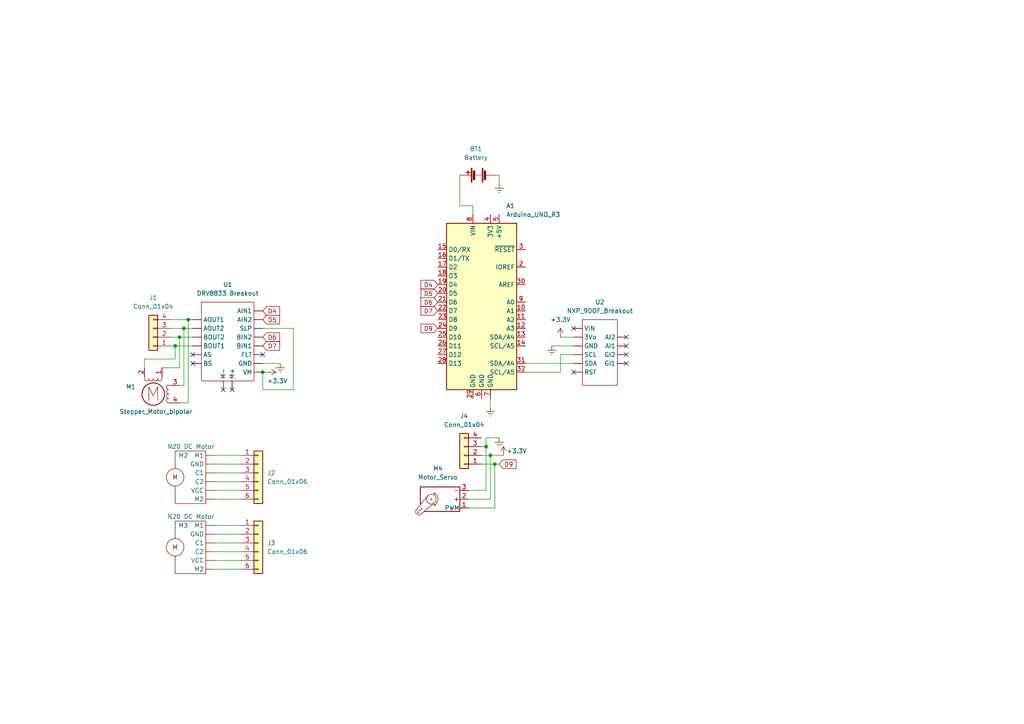
<source format=kicad_sch>
(kicad_sch (version 20211123) (generator eeschema)
  (paper "A4")
  (title_block (date "2022-07-08") (company "Grand Valley State University"))
  (lib_symbols
    (symbol "Adafruit Custom:DRV8833 Breakout"
      (property "Reference" "U" (at 7.62 21.59 0))
      (property "Value" "DRV8833 Breakout" (at 7.62 24.13 0))
      (symbol "DRV8833 Breakout_0_1"
        (rectangle (start 0 22.86) (end 15.24 0))
      )
      (symbol "DRV8833 Breakout_1_1"
        (pin input line (at 17.78 20.32 180) (length 2.54) (name "AIN1") (number ""))
        (pin input line (at 17.78 17.78 180) (length 2.54) (name "AIN2") (number ""))
        (pin output line (at -2.54 17.78 0) (length 2.54) (name "AOUT1") (number ""))
        (pin output line (at -2.54 15.24 0) (length 2.54) (name "AOUT2") (number ""))
        (pin unspecified line (at -2.54 7.62 0) (length 2.54) (name "AS") (number ""))
        (pin input line (at 17.78 10.16 180) (length 2.54) (name "BIN1") (number ""))
        (pin input line (at 17.78 12.7 180) (length 2.54) (name "BIN2") (number ""))
        (pin output line (at -2.54 10.16 0) (length 2.54) (name "BOUT1") (number ""))
        (pin output line (at -2.54 12.7 0) (length 2.54) (name "BOUT2") (number ""))
        (pin unspecified line (at -2.54 5.08 0) (length 2.54) (name "BS") (number ""))
        (pin input line (at 17.78 7.62 180) (length 2.54) (name "FLT") (number ""))
        (pin passive line (at 17.78 5.08 180) (length 2.54) (name "GND") (number ""))
        (pin input line (at 8.89 -2.54 90) (length 2.54) (name "M+") (number ""))
        (pin input line (at 6.35 -2.54 90) (length 2.54) (name "M-") (number ""))
        (pin input line (at 17.78 15.24 180) (length 2.54) (name "SLP") (number ""))
        (pin power_in line (at 17.78 2.54 180) (length 2.54) (name "VM") (number ""))
      )
    )
    (symbol "Adafruit Custom:N20 DC Motor"
      (property "Reference" "M" (at 6.35 15.24 0))
      (property "Value" "N20 DC Motor" (at 7.62 17.78 0))
      (symbol "N20 DC Motor_0_0"
        (polyline (pts (xy 10.16 6.35) (xy 10.16 1.27) (xy 1.27 1.27) (xy 1.27 16.51) (xy 10.16 16.51) (xy 10.16 11.43)))
        (text "M" (at 10.16 8.89 0) (effects (font (size 1.27 1.27))))
      )
      (symbol "N20 DC Motor_0_1"
        (circle (center 10.16 8.89) (radius 2.54))
      )
      (symbol "N20 DC Motor_1_1"
        (pin output line (at -1.27 10.16 0) (length 2.54) (name "C1") (number ""))
        (pin output line (at -1.27 7.62 0) (length 2.54) (name "C2") (number ""))
        (pin passive line (at -1.27 12.7 0) (length 2.54) (name "GND") (number ""))
        (pin input line (at -1.27 15.24 0) (length 2.54) (name "M1") (number ""))
        (pin input line (at -1.27 2.54 0) (length 2.54) (name "M2") (number ""))
        (pin power_in line (at -1.27 5.08 0) (length 2.54) (name "VCC") (number ""))
      )
    )
    (symbol "Adafruit Custom:NXP_9DOF_Breakout"
      (property "Reference" "U" (at 5.08 17.78 0))
      (property "Value" "NXP_9DOF_Breakout" (at 5.08 20.32 0))
      (symbol "NXP_9DOF_Breakout_0_1"
        (rectangle (start 0 19.05) (end 10.16 0))
      )
      (symbol "NXP_9DOF_Breakout_1_1"
        (pin input line (at 12.7 13.97 180) (length 2.54) (name "3Vo") (number ""))
        (pin output line (at -2.54 11.43 0) (length 2.54) (name "AI1") (number ""))
        (pin output line (at -2.54 13.97 0) (length 2.54) (name "AI2") (number ""))
        (pin output line (at -2.54 6.35 0) (length 2.54) (name "GI1") (number ""))
        (pin output line (at -2.54 8.89 0) (length 2.54) (name "GI2") (number ""))
        (pin input line (at 12.7 11.43 180) (length 2.54) (name "GND") (number ""))
        (pin bidirectional line (at 12.7 3.81 180) (length 2.54) (name "RST") (number ""))
        (pin input line (at 12.7 8.89 180) (length 2.54) (name "SCL") (number ""))
        (pin bidirectional line (at 12.7 6.35 180) (length 2.54) (name "SDA") (number ""))
        (pin input line (at 12.7 16.51 180) (length 2.54) (name "VIN") (number ""))
      )
    )
    (symbol "Connector_Generic:Conn_01x04" (pin_names (offset 1.016) hide)
      (property "Reference" "J" (at 0 5.08 0))
      (property "Value" "Conn_01x04" (at 0 -7.62 0))
      (symbol "Conn_01x04_1_1"
        (rectangle (start -1.27 -4.953) (end 0 -5.207) (stroke (width 0.1524)))
        (rectangle (start -1.27 -2.413) (end 0 -2.667) (stroke (width 0.1524)))
        (rectangle (start -1.27 0.127) (end 0 -0.127) (stroke (width 0.1524)))
        (rectangle (start -1.27 2.667) (end 0 2.413) (stroke (width 0.1524)))
        (rectangle (start -1.27 3.81) (end 1.27 -6.35) (stroke (width 0.254)) (fill (type background)))
        (pin passive line (at -5.08 2.54 0) (length 3.81) (name "Pin_1") (number "1"))
        (pin passive line (at -5.08 0 0) (length 3.81) (name "Pin_2") (number "2"))
        (pin passive line (at -5.08 -2.54 0) (length 3.81) (name "Pin_3") (number "3"))
        (pin passive line (at -5.08 -5.08 0) (length 3.81) (name "Pin_4") (number "4"))
      )
    )
    (symbol "Connector_Generic:Conn_01x06" (pin_names (offset 1.016) hide)
      (property "Reference" "J" (at 0 7.62 0))
      (property "Value" "Conn_01x06" (at 0 -10.16 0))
      (symbol "Conn_01x06_1_1"
        (rectangle (start -1.27 -7.493) (end 0 -7.747) (stroke (width 0.1524)))
        (rectangle (start -1.27 -4.953) (end 0 -5.207) (stroke (width 0.1524)))
        (rectangle (start -1.27 -2.413) (end 0 -2.667) (stroke (width 0.1524)))
        (rectangle (start -1.27 0.127) (end 0 -0.127) (stroke (width 0.1524)))
        (rectangle (start -1.27 2.667) (end 0 2.413) (stroke (width 0.1524)))
        (rectangle (start -1.27 5.207) (end 0 4.953) (stroke (width 0.1524)))
        (rectangle (start -1.27 6.35) (end 1.27 -8.89) (stroke (width 0.254)) (fill (type background)))
        (pin passive line (at -5.08 5.08 0) (length 3.81) (name "Pin_1") (number "1"))
        (pin passive line (at -5.08 2.54 0) (length 3.81) (name "Pin_2") (number "2"))
        (pin passive line (at -5.08 0 0) (length 3.81) (name "Pin_3") (number "3"))
        (pin passive line (at -5.08 -2.54 0) (length 3.81) (name "Pin_4") (number "4"))
        (pin passive line (at -5.08 -5.08 0) (length 3.81) (name "Pin_5") (number "5"))
        (pin passive line (at -5.08 -7.62 0) (length 3.81) (name "Pin_6") (number "6"))
      )
    )
    (symbol "Device:Battery" (pin_numbers hide) (pin_names (offset 0) hide)
      (property "Reference" "BT" (at 2.54 2.54 0))
      (property "Value" "Battery" (at 2.54 0 0))
      (symbol "Battery_0_1"
        (rectangle (start -2.032 -1.397) (end 2.032 -1.651) (fill (type outline)))
        (rectangle (start -2.032 1.778) (end 2.032 1.524) (fill (type outline)))
        (rectangle (start -1.3208 -1.9812) (end 1.27 -2.4892) (fill (type outline)))
        (rectangle (start -1.3208 1.1938) (end 1.27 0.6858) (fill (type outline)))
        (polyline (pts (xy 0 -1.524) (xy 0 -1.27)))
        (polyline (pts (xy 0 -1.016) (xy 0 -0.762)))
        (polyline (pts (xy 0 -0.508) (xy 0 -0.254)))
        (polyline (pts (xy 0 0) (xy 0 0.254)))
        (polyline (pts (xy 0 0.508) (xy 0 0.762)))
        (polyline (pts (xy 0 1.778) (xy 0 2.54)))
        (polyline (pts (xy 0.254 2.667) (xy 1.27 2.667)) (stroke (width 0.254)))
        (polyline (pts (xy 0.762 3.175) (xy 0.762 2.159)) (stroke (width 0.254)))
      )
      (symbol "Battery_1_1"
        (pin passive line (at 0 5.08 270) (length 2.54) (name "+") (number "1"))
        (pin passive line (at 0 -5.08 90) (length 2.54) (name "-") (number "2"))
      )
    )
    (symbol "MCU_Module:Arduino_UNO_R3"
      (property "Reference" "A" (at -10.16 23.495 0))
      (property "Value" "Arduino_UNO_R3" (at 5.08 -26.67 0))
      (symbol "Arduino_UNO_R3_0_1"
        (rectangle (start -10.16 22.86) (end 10.16 -25.4) (stroke (width 0.254)) (fill (type background)))
      )
      (symbol "Arduino_UNO_R3_1_1"
        (pin no_connect line (at -10.16 -20.32 0) (length 2.54) hide (name "NC") (number "1"))
        (pin bidirectional line (at 12.7 -2.54 180) (length 2.54) (name "A1") (number "10"))
        (pin bidirectional line (at 12.7 -5.08 180) (length 2.54) (name "A2") (number "11"))
        (pin bidirectional line (at 12.7 -7.62 180) (length 2.54) (name "A3") (number "12"))
        (pin bidirectional line (at 12.7 -10.16 180) (length 2.54) (name "SDA/A4") (number "13"))
        (pin bidirectional line (at 12.7 -12.7 180) (length 2.54) (name "SCL/A5") (number "14"))
        (pin bidirectional line (at -12.7 15.24 0) (length 2.54) (name "D0/RX") (number "15"))
        (pin bidirectional line (at -12.7 12.7 0) (length 2.54) (name "D1/TX") (number "16"))
        (pin bidirectional line (at -12.7 10.16 0) (length 2.54) (name "D2") (number "17"))
        (pin bidirectional line (at -12.7 7.62 0) (length 2.54) (name "D3") (number "18"))
        (pin bidirectional line (at -12.7 5.08 0) (length 2.54) (name "D4") (number "19"))
        (pin output line (at 12.7 10.16 180) (length 2.54) (name "IOREF") (number "2"))
        (pin bidirectional line (at -12.7 2.54 0) (length 2.54) (name "D5") (number "20"))
        (pin bidirectional line (at -12.7 0 0) (length 2.54) (name "D6") (number "21"))
        (pin bidirectional line (at -12.7 -2.54 0) (length 2.54) (name "D7") (number "22"))
        (pin bidirectional line (at -12.7 -5.08 0) (length 2.54) (name "D8") (number "23"))
        (pin bidirectional line (at -12.7 -7.62 0) (length 2.54) (name "D9") (number "24"))
        (pin bidirectional line (at -12.7 -10.16 0) (length 2.54) (name "D10") (number "25"))
        (pin bidirectional line (at -12.7 -12.7 0) (length 2.54) (name "D11") (number "26"))
        (pin bidirectional line (at -12.7 -15.24 0) (length 2.54) (name "D12") (number "27"))
        (pin bidirectional line (at -12.7 -17.78 0) (length 2.54) (name "D13") (number "28"))
        (pin power_in line (at -2.54 -27.94 90) (length 2.54) (name "GND") (number "29"))
        (pin input line (at 12.7 15.24 180) (length 2.54) (name "~{RESET}") (number "3"))
        (pin input line (at 12.7 5.08 180) (length 2.54) (name "AREF") (number "30"))
        (pin bidirectional line (at 12.7 -17.78 180) (length 2.54) (name "SDA/A4") (number "31"))
        (pin bidirectional line (at 12.7 -20.32 180) (length 2.54) (name "SCL/A5") (number "32"))
        (pin power_out line (at 2.54 25.4 270) (length 2.54) (name "3V3") (number "4"))
        (pin power_out line (at 5.08 25.4 270) (length 2.54) (name "+5V") (number "5"))
        (pin power_in line (at 0 -27.94 90) (length 2.54) (name "GND") (number "6"))
        (pin power_in line (at 2.54 -27.94 90) (length 2.54) (name "GND") (number "7"))
        (pin power_in line (at -2.54 25.4 270) (length 2.54) (name "VIN") (number "8"))
        (pin bidirectional line (at 12.7 0 180) (length 2.54) (name "A0") (number "9"))
      )
    )
    (symbol "Motor:Motor_Servo" (pin_names (offset 0.0254))
      (property "Reference" "M" (at -5.08 4.445 0))
      (property "Value" "Motor_Servo" (at -5.08 -4.064 0))
      (symbol "Motor_Servo_0_1"
        (polyline (pts (xy 2.413 -1.778) (xy 2.032 -1.778)))
        (polyline (pts (xy 2.413 -1.778) (xy 2.286 -1.397)))
        (polyline (pts (xy 2.413 1.778) (xy 1.905 1.778)))
        (polyline (pts (xy 2.413 1.778) (xy 2.286 1.397)))
        (polyline (pts (xy 6.35 4.445) (xy 2.54 1.27)))
        (polyline (pts (xy 7.62 3.175) (xy 4.191 -1.016)))
        (polyline (pts (xy 5.08 3.556) (xy -5.08 3.556) (xy -5.08 -3.556) (xy 6.35 -3.556) (xy 6.35 1.524)) (stroke (width 0.254)))
        (arc (start 2.413 1.778) (mid 1.2406 0) (end 2.413 -1.778))
        (circle (center 3.175 0) (radius 0.1778))
        (circle (center 3.175 0) (radius 1.4224))
        (circle (center 5.969 2.794) (radius 0.127))
        (circle (center 6.477 3.302) (radius 0.127))
        (circle (center 6.985 3.81) (radius 0.127))
        (arc (start 7.62 3.175) (mid 7.4485 4.2735) (end 6.35 4.445))
      )
      (symbol "Motor_Servo_1_1"
        (pin passive line (at -7.62 2.54 0) (length 2.54) (name "PWM") (number "1"))
        (pin passive line (at -7.62 0 0) (length 2.54) (name "+") (number "2"))
        (pin passive line (at -7.62 -2.54 0) (length 2.54) (name "-") (number "3"))
      )
    )
    (symbol "Motor:Stepper_Motor_bipolar" (pin_names (offset 0) hide)
      (property "Reference" "M" (at 3.81 2.54 0))
      (property "Value" "Stepper_Motor_bipolar" (at 3.81 1.27 0))
      (symbol "Stepper_Motor_bipolar_0_0"
        (polyline (pts (xy -1.27 -1.778) (xy -1.27 2.032) (xy 0 -0.508) (xy 1.27 2.032) (xy 1.27 -1.778)))
      )
      (symbol "Stepper_Motor_bipolar_0_1"
        (arc (start -4.445 -2.54) (mid -3.81 -1.905) (end -4.445 -1.27))
        (arc (start -4.445 -1.27) (mid -3.81 -0.635) (end -4.445 0))
        (arc (start -4.445 0) (mid -3.81 0.635) (end -4.445 1.27))
        (arc (start -4.445 1.27) (mid -3.81 1.905) (end -4.445 2.54))
        (arc (start -2.54 4.445) (mid -1.905 3.81) (end -1.27 4.445))
        (arc (start -1.27 4.445) (mid -0.635 3.81) (end 0 4.445))
        (polyline (pts (xy -5.08 -2.54) (xy -4.445 -2.54)))
        (polyline (pts (xy -5.08 2.54) (xy -4.445 2.54)))
        (polyline (pts (xy -2.54 5.08) (xy -2.54 4.445)))
        (polyline (pts (xy 2.54 5.08) (xy 2.54 4.445)))
        (circle (center 0 0) (radius 3.2512) (stroke (width 0.254)))
        (arc (start 0 4.445) (mid 0.635 3.81) (end 1.27 4.445))
        (arc (start 1.27 4.445) (mid 1.905 3.81) (end 2.54 4.445))
      )
      (symbol "Stepper_Motor_bipolar_1_1"
        (pin passive line (at -2.54 7.62 270) (length 2.54) (name "~") (number "1"))
        (pin passive line (at 2.54 7.62 270) (length 2.54) (name "-") (number "2"))
        (pin passive line (at -7.62 2.54 0) (length 2.54) (name "~") (number "3"))
        (pin passive line (at -7.62 -2.54 0) (length 2.54) (name "~") (number "4"))
      )
    )
    (symbol "power:+3.3V" (power) (pin_names (offset 0))
      (property "Value" "+3.3V" (at 0 3.556 0))
      (symbol "+3.3V_0_1"
        (polyline (pts (xy -0.762 1.27) (xy 0 2.54)))
        (polyline (pts (xy 0 0) (xy 0 2.54)))
        (polyline (pts (xy 0 2.54) (xy 0.762 1.27)))
      )
      (symbol "+3.3V_1_1"
        (pin power_in line (at 0 0 90) (length 0) hide (name "+3.3V") (number "1"))
      )
    )
    (symbol "power:Earth" (power) (pin_names (offset 0))
      (symbol "Earth_0_1"
        (polyline (pts (xy -0.635 -1.905) (xy 0.635 -1.905)))
        (polyline (pts (xy -0.127 -2.54) (xy 0.127 -2.54)))
        (polyline (pts (xy 0 -1.27) (xy 0 0)))
        (polyline (pts (xy 1.27 -1.27) (xy -1.27 -1.27)))
      )
      (symbol "Earth_1_1"
        (pin power_in line (at 0 0 270) (length 0) hide (name "Earth") (number "1"))
      )
    )
  )
  (junction (at 142.24 132.08))
  (junction (at 143.51 134.62))
  (junction (at 53.34 95.25))
  (junction (at 50.8 100.33))
  (junction (at 76.2 107.95))
  (junction (at 52.07 97.79))
  (junction (at 140.97 129.54))
  (junction (at 54.61 92.71))
  (no_connect (at 76.2 102.87))
  (no_connect (at 55.88 105.41))
  (no_connect (at 55.88 102.87))
  (no_connect (at 181.61 105.41))
  (no_connect (at 181.61 97.79))
  (no_connect (at 181.61 100.33))
  (no_connect (at 181.61 102.87))
  (no_connect (at 67.31 113.03))
  (no_connect (at 64.77 113.03))
  (no_connect (at 166.37 95.25))
  (no_connect (at 166.37 107.95))
  (wire (pts (xy 162.56 102.87) (xy 166.37 102.87)))
  (wire (pts (xy 133.35 50.8) (xy 133.35 59.69)))
  (wire (pts (xy 55.88 92.71) (xy 54.61 92.71)))
  (wire (pts (xy 142.24 115.57) (xy 142.24 118.11)))
  (wire (pts (xy 50.8 100.33) (xy 50.8 104.14)))
  (wire (pts (xy 143.51 50.8) (xy 144.78 50.8)))
  (wire (pts (xy 62.23 142.24) (xy 69.85 142.24)))
  (wire (pts (xy 142.24 132.08) (xy 142.24 144.78)))
  (wire (pts (xy 139.7 129.54) (xy 140.97 129.54)))
  (wire (pts (xy 143.51 134.62) (xy 143.51 147.32)))
  (wire (pts (xy 135.89 147.32) (xy 143.51 147.32)))
  (wire (pts (xy 76.2 105.41) (xy 81.28 105.41)))
  (wire (pts (xy 133.35 59.69) (xy 137.16 59.69)))
  (wire (pts (xy 46.99 106.68) (xy 52.07 106.68)))
  (wire (pts (xy 62.23 160.02) (xy 69.85 160.02)))
  (wire (pts (xy 62.23 132.08) (xy 69.85 132.08)))
  (wire (pts (xy 162.56 97.79) (xy 166.37 97.79)))
  (wire (pts (xy 135.89 144.78) (xy 142.24 144.78)))
  (wire (pts (xy 52.07 97.79) (xy 52.07 106.68)))
  (wire (pts (xy 140.97 129.54) (xy 140.97 127)))
  (wire (pts (xy 142.24 132.08) (xy 146.05 132.08)))
  (wire (pts (xy 49.53 97.79) (xy 52.07 97.79)))
  (wire (pts (xy 76.2 95.25) (xy 85.09 95.25)))
  (wire (pts (xy 135.89 142.24) (xy 140.97 142.24)))
  (wire (pts (xy 144.78 50.8) (xy 144.78 53.34)))
  (wire (pts (xy 52.07 111.76) (xy 53.34 111.76)))
  (wire (pts (xy 62.23 157.48) (xy 69.85 157.48)))
  (wire (pts (xy 152.4 105.41) (xy 166.37 105.41)))
  (wire (pts (xy 62.23 154.94) (xy 69.85 154.94)))
  (wire (pts (xy 85.09 95.25) (xy 85.09 113.03)))
  (wire (pts (xy 139.7 132.08) (xy 142.24 132.08)))
  (wire (pts (xy 62.23 139.7) (xy 69.85 139.7)))
  (wire (pts (xy 140.97 127) (xy 144.78 127)))
  (wire (pts (xy 50.8 104.14) (xy 41.91 104.14)))
  (wire (pts (xy 62.23 165.1) (xy 69.85 165.1)))
  (wire (pts (xy 41.91 104.14) (xy 41.91 106.68)))
  (wire (pts (xy 52.07 116.84) (xy 54.61 116.84)))
  (wire (pts (xy 53.34 95.25) (xy 53.34 111.76)))
  (wire (pts (xy 62.23 134.62) (xy 69.85 134.62)))
  (wire (pts (xy 54.61 92.71) (xy 49.53 92.71)))
  (wire (pts (xy 160.02 100.33) (xy 166.37 100.33)))
  (wire (pts (xy 137.16 59.69) (xy 137.16 62.23)))
  (wire (pts (xy 50.8 100.33) (xy 55.88 100.33)))
  (wire (pts (xy 76.2 107.95) (xy 77.47 107.95)))
  (wire (pts (xy 62.23 144.78) (xy 69.85 144.78)))
  (wire (pts (xy 85.09 113.03) (xy 76.2 113.03)))
  (wire (pts (xy 54.61 92.71) (xy 54.61 116.84)))
  (wire (pts (xy 52.07 97.79) (xy 55.88 97.79)))
  (wire (pts (xy 62.23 152.4) (xy 69.85 152.4)))
  (wire (pts (xy 49.53 100.33) (xy 50.8 100.33)))
  (wire (pts (xy 140.97 129.54) (xy 140.97 142.24)))
  (wire (pts (xy 49.53 95.25) (xy 53.34 95.25)))
  (wire (pts (xy 162.56 107.95) (xy 162.56 102.87)))
  (wire (pts (xy 62.23 162.56) (xy 69.85 162.56)))
  (wire (pts (xy 143.51 134.62) (xy 144.78 134.62)))
  (wire (pts (xy 53.34 95.25) (xy 55.88 95.25)))
  (wire (pts (xy 152.4 107.95) (xy 162.56 107.95)))
  (wire (pts (xy 62.23 137.16) (xy 69.85 137.16)))
  (wire (pts (xy 139.7 134.62) (xy 143.51 134.62)))
  (wire (pts (xy 76.2 107.95) (xy 76.2 113.03)))
  (global_label "D5" (shape input) (at 76.2 92.71 0) (property "Intersheet References" "${INTERSHEET_REFS}" (effects hide)))
  (global_label "D7" (shape input) (at 127 90.17 180) (property "Intersheet References" "${INTERSHEET_REFS}" (effects hide)))
  (global_label "D7" (shape input) (at 76.2 100.33 0) (property "Intersheet References" "${INTERSHEET_REFS}" (effects hide)))
  (global_label "D9" (shape input) (at 127 95.25 180) (property "Intersheet References" "${INTERSHEET_REFS}" (effects hide)))
  (global_label "D5" (shape input) (at 127 85.09 180) (property "Intersheet References" "${INTERSHEET_REFS}" (effects hide)))
  (global_label "D9" (shape input) (at 144.78 134.62 0) (property "Intersheet References" "${INTERSHEET_REFS}" (effects hide)))
  (global_label "D4" (shape input) (at 76.2 90.17 0) (property "Intersheet References" "${INTERSHEET_REFS}" (effects hide)))
  (global_label "D4" (shape input) (at 127 82.55 180) (property "Intersheet References" "${INTERSHEET_REFS}" (effects hide)))
  (global_label "D6" (shape input) (at 127 87.63 180) (property "Intersheet References" "${INTERSHEET_REFS}" (effects hide)))
  (global_label "D6" (shape input) (at 76.2 97.79 0) (property "Intersheet References" "${INTERSHEET_REFS}" (effects hide)))
  (symbol (lib_id "Connector_Generic:Conn_01x06") (at 74.93 137.16 0) (unit 1)
    (property "Reference" "J2" (at 77.47 137.1599 0) (effects (justify left)))
    (property "Value" "Conn_01x06" (at 77.47 139.6999 0) (effects (justify left)))
    (property "Footprint" "Connector_JST:JST_XH_B6B-XH-A_1x06_P2.50mm_Vertical" (effects hide))
  )
  (symbol (lib_id "Adafruit Custom:N20 DC Motor") (at 60.96 147.32 0) (mirror y) (unit 1)
    (property "Reference" "M2" (at 54.61 132.08 0) (effects (justify left)))
    (property "Value" "N20 DC Motor" (at 62.23 129.54 0) (effects (justify left)))
  )
  (symbol (lib_id "power:Earth") (at 144.78 53.34 0) (unit 1)
    (property "Reference" "#PWR0105" (effects hide))
    (property "Value" "Earth" (effects hide))
  )
  (symbol (lib_id "Connector_Generic:Conn_01x06") (at 74.93 157.48 0) (unit 1)
    (property "Reference" "J3" (at 77.47 157.4799 0) (effects (justify left)))
    (property "Value" "Conn_01x06" (at 77.47 160.0199 0) (effects (justify left)))
    (property "Footprint" "Connector_JST:JST_XH_B6B-XH-A_1x06_P2.50mm_Vertical" (effects hide))
  )
  (symbol (lib_id "power:Earth") (at 142.24 118.11 0) (unit 1)
    (property "Reference" "#PWR0104" (effects hide))
    (property "Value" "Earth" (effects hide))
  )
  (symbol (lib_id "Connector_Generic:Conn_01x04") (at 44.45 97.79 180) (unit 1)
    (property "Reference" "J1" (at 44.45 86.36 0))
    (property "Value" "Conn_01x04" (at 44.45 88.9 0))
    (property "Footprint" "Connector_JST:JST_XH_B4B-XH-AM_1x04_P2.50mm_Vertical" (effects hide))
  )
  (symbol (lib_id "Device:Battery") (at 138.43 50.8 90) (unit 1)
    (property "Reference" "BT1" (at 138.049 43.18 90))
    (property "Value" "Battery" (at 138.049 45.72 90))
  )
  (symbol (lib_id "Adafruit Custom:NXP_9DOF_Breakout") (at 179.07 111.76 0) (mirror y) (unit 1)
    (property "Reference" "U2" (at 173.99 87.63 0))
    (property "Value" "NXP_9DOF_Breakout" (at 173.99 90.17 0))
    (property "Datasheet" "https://cdn-learn.adafruit.com/downloads/pdf/nxp-precision-9dof-breakout.pdf" (effects hide))
  )
  (symbol (lib_id "power:Earth") (at 160.02 100.33 0) (unit 1)
    (property "Reference" "#PWR0102" (effects hide))
    (property "Value" "Earth" (effects hide))
  )
  (symbol (lib_id "power:+3.3V") (at 77.47 107.95 270) (unit 1)
    (property "Reference" "#PWR0107" (effects hide))
    (property "Value" "+3.3V" (at 77.47 110.49 90) (effects (justify left)))
  )
  (symbol (lib_id "power:Earth") (at 144.78 127 0) (unit 1)
    (property "Reference" "#PWR0103" (effects hide))
    (property "Value" "Earth" (effects hide))
  )
  (symbol (lib_id "Motor:Stepper_Motor_bipolar") (at 44.45 114.3 0) (mirror y) (unit 1)
    (property "Reference" "M1" (at 39.37 112.179 0) (effects (justify left)))
    (property "Value" "Stepper_Motor_bipolar" (at 55.88 119.38 0) (effects (justify left)))
    (property "Datasheet" "http://www.infineon.com/dgdl/Application-Note-TLE8110EE_driving_UniPolarStepperMotor_V1.1.pdf?fileId=db3a30431be39b97011be5d0aa0a00b0" (effects hide))
  )
  (symbol (lib_id "power:+3.3V") (at 162.56 97.79 0) (unit 1)
    (property "Reference" "#PWR0101" (effects hide))
    (property "Value" "+3.3V" (at 162.56 92.71 0))
  )
  (symbol (lib_id "Adafruit Custom:N20 DC Motor") (at 60.96 167.64 0) (mirror y) (unit 1)
    (property "Reference" "M3" (at 54.61 152.4 0) (effects (justify left)))
    (property "Value" "N20 DC Motor" (at 62.23 149.86 0) (effects (justify left)))
  )
  (symbol (lib_id "Motor:Motor_Servo") (at 128.27 144.78 180) (unit 1)
    (property "Reference" "M4" (at 127.0111 135.89 0))
    (property "Value" "Motor_Servo" (at 127.0111 138.43 0))
    (property "Datasheet" "http://forums.parallax.com/uploads/attachments/46831/74481.png" (effects hide))
  )
  (symbol (lib_id "power:Earth") (at 81.28 105.41 0) (unit 1)
    (property "Reference" "#PWR0108" (effects hide))
    (property "Value" "Earth" (effects hide))
  )
  (symbol (lib_id "MCU_Module:Arduino_UNO_R3") (at 139.7 87.63 0) (unit 1)
    (property "Reference" "A1" (at 146.7994 59.69 0) (effects (justify left)))
    (property "Value" "Arduino_UNO_R3" (at 146.7994 62.23 0) (effects (justify left)))
    (property "Footprint" "Module:Arduino_UNO_R3" (effects hide))
    (property "Datasheet" "https://www.arduino.cc/en/Main/arduinoBoardUno" (effects hide))
  )
  (symbol (lib_id "Adafruit Custom:DRV8833 Breakout") (at 58.42 110.49 0) (unit 1)
    (property "Reference" "U1" (at 66.04 82.55 0))
    (property "Value" "DRV8833 Breakout" (at 66.04 85.09 0))
    (property "Footprint" "Adafruit Custom:DRV8833 Breakout" (effects hide))
    (property "Datasheet" "https://cdn-learn.adafruit.com/assets/assets/000/039/902/original/drv8833.pdf?1488941266" (effects hide))
  )
  (symbol (lib_id "Connector_Generic:Conn_01x04") (at 134.62 132.08 180) (unit 1)
    (property "Reference" "J4" (at 134.62 120.65 0))
    (property "Value" "Conn_01x04" (at 134.62 123.19 0))
    (property "Footprint" "Connector_JST:JST_XH_B4B-XH-AM_1x04_P2.50mm_Vertical" (effects hide))
  )
  (symbol (lib_id "power:+3.3V") (at 146.05 132.08 0) (unit 1)
    (property "Reference" "#PWR0106" (effects hide))
    (property "Value" "+3.3V" (at 149.86 130.81 0))
  )
)
</source>
